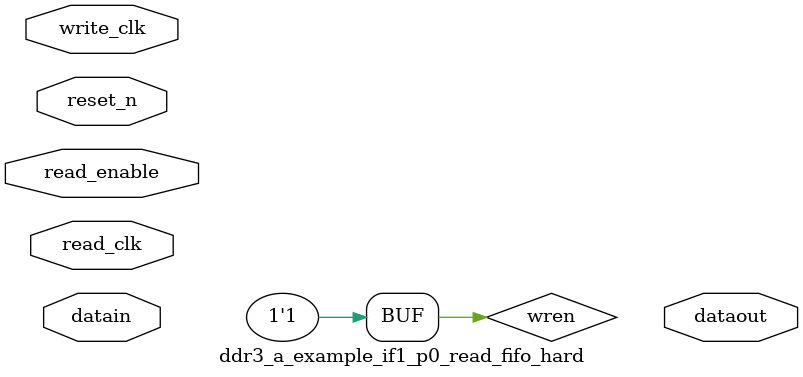
<source format=v>



`timescale 1 ps / 1 ps

module ddr3_a_example_if1_p0_read_fifo_hard(
	write_clk,
	read_clk,
	read_enable,
	reset_n,
	datain,
	dataout
);

// ******************************************************************************************************************************** 
// BEGIN PARAMETER SECTION
// All parameters default to "" will have their values passed in from higher level wrapper with the controller and driver 

parameter DQ_GROUP_WIDTH = "";

localparam RATE_MULT = 2;


// END PARAMETER SECTION
// ******************************************************************************************************************************** 

input	write_clk;
input	read_clk;
input	read_enable;
input	reset_n;
input	[DQ_GROUP_WIDTH*2-1:0] datain;
output	[RATE_MULT*DQ_GROUP_WIDTH*2-1:0] dataout;


// ******************************************************************************************************************************** 
// Instantiate write-enable circuitry inside the DQS logic block
// ******************************************************************************************************************************** 

// The read_clk is expected to be a strobe that only toggles when there
// is valid data, so wren is tied to 1
wire wren = 1'b1;
	

// ******************************************************************************************************************************** 
// Instantiate read-enable circuitry inside the DQS logic block
// ******************************************************************************************************************************** 
wire read_enable_tmp;
wire plus2_tmp;
stratixv_read_fifo_read_enable fifo_read_enable (
	.re(read_enable),
	.rclk(),
	.plus2(1'b0), 
	.areset(),
	.reout (read_enable_tmp),
	.plus2out (plus2_tmp)
);
defparam fifo_read_enable.use_stalled_read_enable = "false";

// ******************************************************************************************************************************** 
// Instantiate hard read-fifo. 
// ******************************************************************************************************************************** 
generate
genvar dq_count;
	for (dq_count=0; dq_count<DQ_GROUP_WIDTH; dq_count=dq_count+1)
	begin:read_fifos
		// The datain bus is the read data for the current DQS group
		// coming out of the DDIO. Its width is 2x of each DQS group on the
		// memory interface. The bus is ordered by time slot:
		//
		// D0_T1, D0_T0
		//
		// The dataout bus is the read data going out of the FIFO. In FR, it has
		// the same width as datain. In HR, it 2x the datain width. The bus is
		// ordered by time slot.
		//
		// FR: D0_T1, D0_T0
		// HR: D0_T3, D0_T2, D0_T1, D0_T0
		stratixv_read_fifo fifo (
			.wclk(write_clk),
			.we(wren),
			.rclk(read_clk),
			.re(read_enable_tmp),
			.areset(~reset_n),
			.plus2(plus2_tmp),
			.datain({datain[dq_count], datain[dq_count + DQ_GROUP_WIDTH]}),
			.dataout({
					dataout[dq_count + (DQ_GROUP_WIDTH * 0)],
					dataout[dq_count + (DQ_GROUP_WIDTH * 1)],
					dataout[dq_count + (DQ_GROUP_WIDTH * 2)],
					dataout[dq_count + (DQ_GROUP_WIDTH * 3)]
								})
		);
		defparam fifo.use_half_rate_read = "true";
		defparam fifo.sim_wclk_pre_delay = 100;
	end
endgenerate

endmodule

</source>
